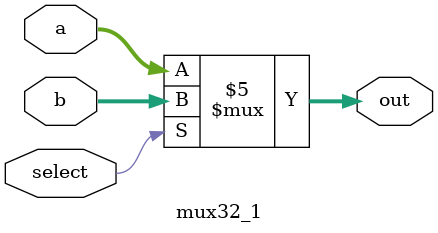
<source format=v>
module mux32_1 (out,a,b,select);
output reg [31:0] out;
input [31:0] a,b;
input select;

initial
begin
 out=32'd0;
end

always @ (*)
begin
if(select==0)
out=a;
else
out=b;
end

endmodule
</source>
